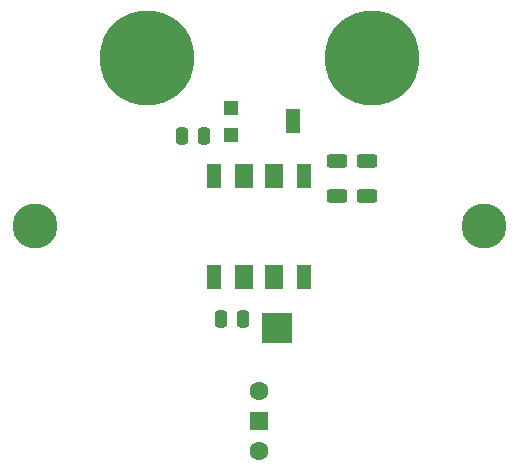
<source format=gbr>
%TF.GenerationSoftware,KiCad,Pcbnew,9.0.0*%
%TF.CreationDate,2025-07-13T02:11:53+05:30*%
%TF.ProjectId,REF03,52454630-332e-46b6-9963-61645f706362,rev?*%
%TF.SameCoordinates,Original*%
%TF.FileFunction,Soldermask,Top*%
%TF.FilePolarity,Negative*%
%FSLAX46Y46*%
G04 Gerber Fmt 4.6, Leading zero omitted, Abs format (unit mm)*
G04 Created by KiCad (PCBNEW 9.0.0) date 2025-07-13 02:11:53*
%MOMM*%
%LPD*%
G01*
G04 APERTURE LIST*
G04 Aperture macros list*
%AMRoundRect*
0 Rectangle with rounded corners*
0 $1 Rounding radius*
0 $2 $3 $4 $5 $6 $7 $8 $9 X,Y pos of 4 corners*
0 Add a 4 corners polygon primitive as box body*
4,1,4,$2,$3,$4,$5,$6,$7,$8,$9,$2,$3,0*
0 Add four circle primitives for the rounded corners*
1,1,$1+$1,$2,$3*
1,1,$1+$1,$4,$5*
1,1,$1+$1,$6,$7*
1,1,$1+$1,$8,$9*
0 Add four rect primitives between the rounded corners*
20,1,$1+$1,$2,$3,$4,$5,0*
20,1,$1+$1,$4,$5,$6,$7,0*
20,1,$1+$1,$6,$7,$8,$9,0*
20,1,$1+$1,$8,$9,$2,$3,0*%
G04 Aperture macros list end*
%ADD10R,1.500000X1.500000*%
%ADD11C,1.600000*%
%ADD12RoundRect,0.250000X0.625000X-0.312500X0.625000X0.312500X-0.625000X0.312500X-0.625000X-0.312500X0*%
%ADD13C,3.800000*%
%ADD14RoundRect,0.250000X-0.250000X-0.475000X0.250000X-0.475000X0.250000X0.475000X-0.250000X0.475000X0*%
%ADD15R,1.300000X1.300000*%
%ADD16R,1.300000X2.000000*%
%ADD17R,1.170000X2.000000*%
%ADD18R,1.520000X2.000000*%
%ADD19C,8.000000*%
%ADD20R,2.500000X2.500000*%
G04 APERTURE END LIST*
D10*
%TO.C,SW1*%
X0Y-16510000D03*
D11*
X0Y-13970000D03*
X0Y-19050000D03*
%TD*%
D12*
%TO.C,R1*%
X6604000Y2601500D03*
X6604000Y5526500D03*
%TD*%
D13*
%TO.C,H2*%
X19000000Y0D03*
%TD*%
D14*
%TO.C,C6*%
X-6537999Y7620000D03*
X-4638001Y7620000D03*
%TD*%
D15*
%TO.C,R3*%
X-2346000Y7740000D03*
D16*
X2854000Y8890000D03*
D15*
X-2346000Y10040000D03*
%TD*%
D14*
%TO.C,C4*%
X-3236000Y-7874000D03*
X-1336000Y-7874000D03*
%TD*%
D17*
%TO.C,U2*%
X-3810000Y-4300000D03*
D18*
X-1270000Y-4300000D03*
X1270000Y-4300000D03*
D17*
X3810000Y-4300000D03*
X3810000Y4300000D03*
D18*
X1270000Y4300000D03*
X-1270000Y4300000D03*
D17*
X-3810000Y4300000D03*
%TD*%
D12*
%TO.C,R4*%
X9144000Y2601500D03*
X9144000Y5526500D03*
%TD*%
D19*
%TO.C,TP4*%
X9525000Y14224000D03*
%TD*%
%TO.C,TP1*%
X-9525000Y14224000D03*
%TD*%
D13*
%TO.C,H1*%
X-19000000Y0D03*
%TD*%
D20*
%TO.C,TP2*%
X1524000Y-8636000D03*
%TD*%
M02*

</source>
